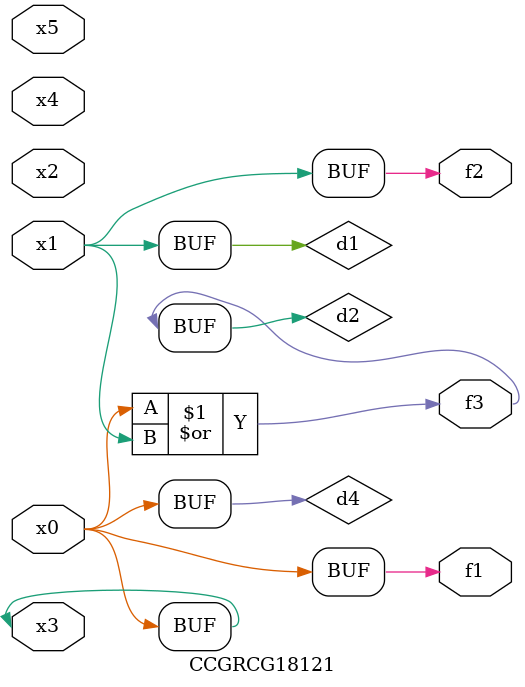
<source format=v>
module CCGRCG18121(
	input x0, x1, x2, x3, x4, x5,
	output f1, f2, f3
);

	wire d1, d2, d3, d4;

	and (d1, x1);
	or (d2, x0, x1);
	nand (d3, x0, x5);
	buf (d4, x0, x3);
	assign f1 = d4;
	assign f2 = d1;
	assign f3 = d2;
endmodule

</source>
